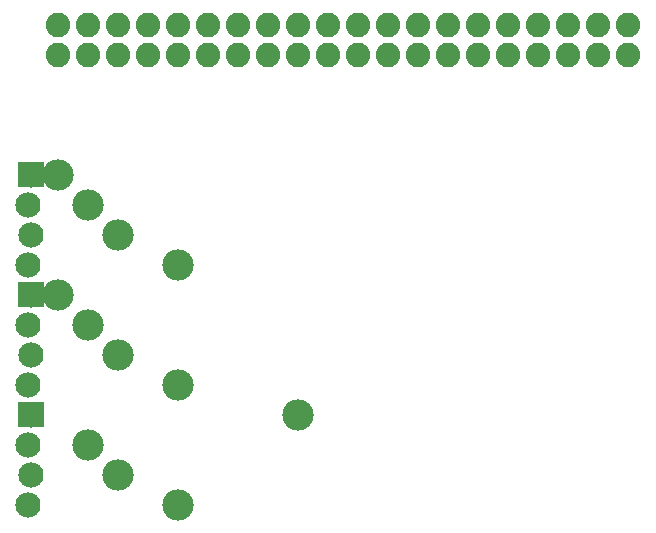
<source format=gts>
G04 MADE WITH FRITZING*
G04 WWW.FRITZING.ORG*
G04 DOUBLE SIDED*
G04 HOLES PLATED*
G04 CONTOUR ON CENTER OF CONTOUR VECTOR*
%ASAXBY*%
%FSLAX23Y23*%
%MOIN*%
%OFA0B0*%
%SFA1.0B1.0*%
%ADD10C,0.084000*%
%ADD11C,0.104488*%
%ADD12C,0.081889*%
%ADD13C,0.081917*%
%ADD14R,0.001000X0.001000*%
%LNMASK1*%
G90*
G70*
G54D10*
X158Y416D03*
X148Y316D03*
X158Y216D03*
X148Y116D03*
X158Y416D03*
X148Y316D03*
X158Y216D03*
X148Y116D03*
X158Y816D03*
X148Y716D03*
X158Y616D03*
X148Y516D03*
X158Y816D03*
X148Y716D03*
X158Y616D03*
X148Y516D03*
X158Y1216D03*
X148Y1116D03*
X158Y1016D03*
X148Y916D03*
X158Y1216D03*
X148Y1116D03*
X158Y1016D03*
X148Y916D03*
G54D11*
X248Y1216D03*
X248Y816D03*
X648Y116D03*
X448Y216D03*
X348Y316D03*
X648Y516D03*
X448Y616D03*
X348Y716D03*
X648Y916D03*
X448Y1016D03*
X348Y1116D03*
G54D12*
X248Y1616D03*
X348Y1616D03*
X448Y1616D03*
X548Y1616D03*
G54D13*
X648Y1616D03*
G54D12*
X748Y1616D03*
X848Y1616D03*
X948Y1616D03*
X1048Y1616D03*
G54D13*
X1148Y1616D03*
G54D12*
X1248Y1616D03*
G54D13*
X1348Y1616D03*
G54D12*
X1448Y1616D03*
X1548Y1616D03*
X1648Y1616D03*
X1748Y1616D03*
G54D13*
X1848Y1616D03*
G54D12*
X1948Y1616D03*
X2048Y1616D03*
X2148Y1616D03*
X2148Y1716D03*
X2048Y1716D03*
X1948Y1716D03*
G54D13*
X1848Y1716D03*
G54D12*
X1748Y1716D03*
X1648Y1716D03*
X1548Y1716D03*
X1448Y1716D03*
G54D13*
X1348Y1716D03*
G54D12*
X1248Y1716D03*
G54D13*
X1148Y1716D03*
G54D12*
X1048Y1716D03*
X948Y1716D03*
X848Y1716D03*
X748Y1716D03*
G54D13*
X648Y1716D03*
G54D12*
X548Y1716D03*
X448Y1716D03*
X348Y1716D03*
X248Y1716D03*
G54D11*
X1048Y416D03*
G54D14*
X116Y1257D02*
X199Y1257D01*
X116Y1256D02*
X199Y1256D01*
X116Y1255D02*
X199Y1255D01*
X116Y1254D02*
X199Y1254D01*
X116Y1253D02*
X199Y1253D01*
X116Y1252D02*
X199Y1252D01*
X116Y1251D02*
X199Y1251D01*
X116Y1250D02*
X199Y1250D01*
X116Y1249D02*
X199Y1249D01*
X116Y1248D02*
X199Y1248D01*
X116Y1247D02*
X199Y1247D01*
X116Y1246D02*
X199Y1246D01*
X116Y1245D02*
X199Y1245D01*
X116Y1244D02*
X199Y1244D01*
X116Y1243D02*
X199Y1243D01*
X116Y1242D02*
X199Y1242D01*
X116Y1241D02*
X199Y1241D01*
X116Y1240D02*
X199Y1240D01*
X116Y1239D02*
X199Y1239D01*
X116Y1238D02*
X199Y1238D01*
X116Y1237D02*
X199Y1237D01*
X116Y1236D02*
X199Y1236D01*
X116Y1235D02*
X199Y1235D01*
X116Y1234D02*
X199Y1234D01*
X116Y1233D02*
X199Y1233D01*
X116Y1232D02*
X199Y1232D01*
X116Y1231D02*
X199Y1231D01*
X116Y1230D02*
X151Y1230D01*
X163Y1230D02*
X199Y1230D01*
X116Y1229D02*
X149Y1229D01*
X165Y1229D02*
X199Y1229D01*
X116Y1228D02*
X148Y1228D01*
X166Y1228D02*
X199Y1228D01*
X116Y1227D02*
X147Y1227D01*
X168Y1227D02*
X199Y1227D01*
X116Y1226D02*
X146Y1226D01*
X169Y1226D02*
X199Y1226D01*
X116Y1225D02*
X145Y1225D01*
X169Y1225D02*
X199Y1225D01*
X116Y1224D02*
X144Y1224D01*
X170Y1224D02*
X199Y1224D01*
X116Y1223D02*
X143Y1223D01*
X171Y1223D02*
X199Y1223D01*
X116Y1222D02*
X143Y1222D01*
X171Y1222D02*
X199Y1222D01*
X116Y1221D02*
X142Y1221D01*
X172Y1221D02*
X199Y1221D01*
X116Y1220D02*
X142Y1220D01*
X172Y1220D02*
X199Y1220D01*
X116Y1219D02*
X142Y1219D01*
X172Y1219D02*
X199Y1219D01*
X116Y1218D02*
X142Y1218D01*
X172Y1218D02*
X199Y1218D01*
X116Y1217D02*
X142Y1217D01*
X173Y1217D02*
X199Y1217D01*
X116Y1216D02*
X142Y1216D01*
X173Y1216D02*
X199Y1216D01*
X116Y1215D02*
X142Y1215D01*
X173Y1215D02*
X199Y1215D01*
X116Y1214D02*
X142Y1214D01*
X172Y1214D02*
X199Y1214D01*
X116Y1213D02*
X142Y1213D01*
X172Y1213D02*
X199Y1213D01*
X116Y1212D02*
X142Y1212D01*
X172Y1212D02*
X199Y1212D01*
X116Y1211D02*
X142Y1211D01*
X172Y1211D02*
X199Y1211D01*
X116Y1210D02*
X143Y1210D01*
X171Y1210D02*
X199Y1210D01*
X116Y1209D02*
X143Y1209D01*
X171Y1209D02*
X199Y1209D01*
X116Y1208D02*
X144Y1208D01*
X170Y1208D02*
X199Y1208D01*
X116Y1207D02*
X145Y1207D01*
X170Y1207D02*
X199Y1207D01*
X116Y1206D02*
X145Y1206D01*
X169Y1206D02*
X199Y1206D01*
X116Y1205D02*
X146Y1205D01*
X168Y1205D02*
X199Y1205D01*
X116Y1204D02*
X148Y1204D01*
X167Y1204D02*
X199Y1204D01*
X116Y1203D02*
X149Y1203D01*
X165Y1203D02*
X199Y1203D01*
X116Y1202D02*
X151Y1202D01*
X163Y1202D02*
X199Y1202D01*
X116Y1201D02*
X155Y1201D01*
X159Y1201D02*
X199Y1201D01*
X116Y1200D02*
X199Y1200D01*
X116Y1199D02*
X199Y1199D01*
X116Y1198D02*
X199Y1198D01*
X116Y1197D02*
X199Y1197D01*
X116Y1196D02*
X199Y1196D01*
X116Y1195D02*
X199Y1195D01*
X116Y1194D02*
X199Y1194D01*
X116Y1193D02*
X199Y1193D01*
X116Y1192D02*
X199Y1192D01*
X116Y1191D02*
X199Y1191D01*
X116Y1190D02*
X199Y1190D01*
X116Y1189D02*
X199Y1189D01*
X116Y1188D02*
X199Y1188D01*
X116Y1187D02*
X199Y1187D01*
X116Y1186D02*
X199Y1186D01*
X116Y1185D02*
X199Y1185D01*
X116Y1184D02*
X199Y1184D01*
X116Y1183D02*
X199Y1183D01*
X116Y1182D02*
X199Y1182D01*
X116Y1181D02*
X199Y1181D01*
X116Y1180D02*
X199Y1180D01*
X116Y1179D02*
X199Y1179D01*
X116Y1178D02*
X199Y1178D01*
X116Y1177D02*
X199Y1177D01*
X116Y1176D02*
X199Y1176D01*
X116Y1175D02*
X199Y1175D01*
X116Y1174D02*
X198Y1174D01*
X116Y857D02*
X199Y857D01*
X116Y856D02*
X199Y856D01*
X116Y855D02*
X199Y855D01*
X116Y854D02*
X199Y854D01*
X116Y853D02*
X199Y853D01*
X116Y852D02*
X199Y852D01*
X116Y851D02*
X199Y851D01*
X116Y850D02*
X199Y850D01*
X116Y849D02*
X199Y849D01*
X116Y848D02*
X199Y848D01*
X116Y847D02*
X199Y847D01*
X116Y846D02*
X199Y846D01*
X116Y845D02*
X199Y845D01*
X116Y844D02*
X199Y844D01*
X116Y843D02*
X199Y843D01*
X116Y842D02*
X199Y842D01*
X116Y841D02*
X199Y841D01*
X116Y840D02*
X199Y840D01*
X116Y839D02*
X199Y839D01*
X116Y838D02*
X199Y838D01*
X116Y837D02*
X199Y837D01*
X116Y836D02*
X199Y836D01*
X116Y835D02*
X199Y835D01*
X116Y834D02*
X199Y834D01*
X116Y833D02*
X199Y833D01*
X116Y832D02*
X199Y832D01*
X116Y831D02*
X199Y831D01*
X116Y830D02*
X151Y830D01*
X163Y830D02*
X199Y830D01*
X116Y829D02*
X149Y829D01*
X165Y829D02*
X199Y829D01*
X116Y828D02*
X148Y828D01*
X167Y828D02*
X199Y828D01*
X116Y827D02*
X147Y827D01*
X168Y827D02*
X199Y827D01*
X116Y826D02*
X146Y826D01*
X169Y826D02*
X199Y826D01*
X116Y825D02*
X145Y825D01*
X170Y825D02*
X199Y825D01*
X116Y824D02*
X144Y824D01*
X170Y824D02*
X199Y824D01*
X116Y823D02*
X143Y823D01*
X171Y823D02*
X199Y823D01*
X116Y822D02*
X143Y822D01*
X171Y822D02*
X199Y822D01*
X116Y821D02*
X142Y821D01*
X172Y821D02*
X199Y821D01*
X116Y820D02*
X142Y820D01*
X172Y820D02*
X199Y820D01*
X116Y819D02*
X142Y819D01*
X172Y819D02*
X199Y819D01*
X116Y818D02*
X142Y818D01*
X172Y818D02*
X199Y818D01*
X116Y817D02*
X142Y817D01*
X173Y817D02*
X199Y817D01*
X116Y816D02*
X142Y816D01*
X173Y816D02*
X199Y816D01*
X116Y815D02*
X142Y815D01*
X173Y815D02*
X199Y815D01*
X116Y814D02*
X142Y814D01*
X172Y814D02*
X199Y814D01*
X116Y813D02*
X142Y813D01*
X172Y813D02*
X199Y813D01*
X116Y812D02*
X142Y812D01*
X172Y812D02*
X199Y812D01*
X116Y811D02*
X142Y811D01*
X172Y811D02*
X199Y811D01*
X116Y810D02*
X143Y810D01*
X171Y810D02*
X199Y810D01*
X116Y809D02*
X143Y809D01*
X171Y809D02*
X199Y809D01*
X116Y808D02*
X144Y808D01*
X170Y808D02*
X199Y808D01*
X116Y807D02*
X145Y807D01*
X170Y807D02*
X199Y807D01*
X116Y806D02*
X145Y806D01*
X169Y806D02*
X199Y806D01*
X116Y805D02*
X146Y805D01*
X168Y805D02*
X199Y805D01*
X116Y804D02*
X148Y804D01*
X167Y804D02*
X199Y804D01*
X116Y803D02*
X149Y803D01*
X165Y803D02*
X199Y803D01*
X116Y802D02*
X151Y802D01*
X163Y802D02*
X199Y802D01*
X116Y801D02*
X156Y801D01*
X158Y801D02*
X199Y801D01*
X116Y800D02*
X199Y800D01*
X116Y799D02*
X199Y799D01*
X116Y798D02*
X199Y798D01*
X116Y797D02*
X199Y797D01*
X116Y796D02*
X199Y796D01*
X116Y795D02*
X199Y795D01*
X116Y794D02*
X199Y794D01*
X116Y793D02*
X199Y793D01*
X116Y792D02*
X199Y792D01*
X116Y791D02*
X199Y791D01*
X116Y790D02*
X199Y790D01*
X116Y789D02*
X199Y789D01*
X116Y788D02*
X199Y788D01*
X116Y787D02*
X199Y787D01*
X116Y786D02*
X199Y786D01*
X116Y785D02*
X199Y785D01*
X116Y784D02*
X199Y784D01*
X116Y783D02*
X199Y783D01*
X116Y782D02*
X199Y782D01*
X116Y781D02*
X199Y781D01*
X116Y780D02*
X199Y780D01*
X116Y779D02*
X199Y779D01*
X116Y778D02*
X199Y778D01*
X116Y777D02*
X199Y777D01*
X116Y776D02*
X199Y776D01*
X116Y775D02*
X199Y775D01*
X116Y774D02*
X198Y774D01*
X116Y458D02*
X198Y458D01*
X116Y457D02*
X199Y457D01*
X116Y456D02*
X199Y456D01*
X116Y455D02*
X199Y455D01*
X116Y454D02*
X199Y454D01*
X116Y453D02*
X199Y453D01*
X116Y452D02*
X199Y452D01*
X116Y451D02*
X199Y451D01*
X116Y450D02*
X199Y450D01*
X116Y449D02*
X199Y449D01*
X116Y448D02*
X199Y448D01*
X116Y447D02*
X199Y447D01*
X116Y446D02*
X199Y446D01*
X116Y445D02*
X199Y445D01*
X116Y444D02*
X199Y444D01*
X116Y443D02*
X199Y443D01*
X116Y442D02*
X199Y442D01*
X116Y441D02*
X199Y441D01*
X116Y440D02*
X199Y440D01*
X116Y439D02*
X199Y439D01*
X116Y438D02*
X199Y438D01*
X116Y437D02*
X199Y437D01*
X116Y436D02*
X199Y436D01*
X116Y435D02*
X199Y435D01*
X116Y434D02*
X199Y434D01*
X116Y433D02*
X199Y433D01*
X116Y432D02*
X199Y432D01*
X116Y431D02*
X156Y431D01*
X158Y431D02*
X199Y431D01*
X116Y430D02*
X151Y430D01*
X163Y430D02*
X199Y430D01*
X116Y429D02*
X149Y429D01*
X165Y429D02*
X199Y429D01*
X116Y428D02*
X148Y428D01*
X167Y428D02*
X199Y428D01*
X116Y427D02*
X146Y427D01*
X168Y427D02*
X199Y427D01*
X116Y426D02*
X145Y426D01*
X169Y426D02*
X199Y426D01*
X116Y425D02*
X145Y425D01*
X170Y425D02*
X199Y425D01*
X116Y424D02*
X144Y424D01*
X170Y424D02*
X199Y424D01*
X116Y423D02*
X143Y423D01*
X171Y423D02*
X199Y423D01*
X116Y422D02*
X143Y422D01*
X171Y422D02*
X199Y422D01*
X116Y421D02*
X142Y421D01*
X172Y421D02*
X199Y421D01*
X116Y420D02*
X142Y420D01*
X172Y420D02*
X199Y420D01*
X116Y419D02*
X142Y419D01*
X172Y419D02*
X199Y419D01*
X116Y418D02*
X142Y418D01*
X172Y418D02*
X199Y418D01*
X116Y417D02*
X142Y417D01*
X173Y417D02*
X199Y417D01*
X116Y416D02*
X142Y416D01*
X173Y416D02*
X199Y416D01*
X116Y415D02*
X142Y415D01*
X173Y415D02*
X199Y415D01*
X116Y414D02*
X142Y414D01*
X172Y414D02*
X199Y414D01*
X116Y413D02*
X142Y413D01*
X172Y413D02*
X199Y413D01*
X116Y412D02*
X142Y412D01*
X172Y412D02*
X199Y412D01*
X116Y411D02*
X142Y411D01*
X172Y411D02*
X199Y411D01*
X116Y410D02*
X143Y410D01*
X171Y410D02*
X199Y410D01*
X116Y409D02*
X143Y409D01*
X171Y409D02*
X199Y409D01*
X116Y408D02*
X144Y408D01*
X170Y408D02*
X199Y408D01*
X116Y407D02*
X145Y407D01*
X170Y407D02*
X199Y407D01*
X116Y406D02*
X146Y406D01*
X169Y406D02*
X199Y406D01*
X116Y405D02*
X147Y405D01*
X168Y405D02*
X199Y405D01*
X116Y404D02*
X148Y404D01*
X167Y404D02*
X199Y404D01*
X116Y403D02*
X149Y403D01*
X165Y403D02*
X199Y403D01*
X116Y402D02*
X151Y402D01*
X163Y402D02*
X199Y402D01*
X116Y401D02*
X199Y401D01*
X116Y400D02*
X199Y400D01*
X116Y399D02*
X199Y399D01*
X116Y398D02*
X199Y398D01*
X116Y397D02*
X199Y397D01*
X116Y396D02*
X199Y396D01*
X116Y395D02*
X199Y395D01*
X116Y394D02*
X199Y394D01*
X116Y393D02*
X199Y393D01*
X116Y392D02*
X199Y392D01*
X116Y391D02*
X199Y391D01*
X116Y390D02*
X199Y390D01*
X116Y389D02*
X199Y389D01*
X116Y388D02*
X199Y388D01*
X116Y387D02*
X199Y387D01*
X116Y386D02*
X199Y386D01*
X116Y385D02*
X199Y385D01*
X116Y384D02*
X199Y384D01*
X116Y383D02*
X199Y383D01*
X116Y382D02*
X199Y382D01*
X116Y381D02*
X199Y381D01*
X116Y380D02*
X199Y380D01*
X116Y379D02*
X199Y379D01*
X116Y378D02*
X199Y378D01*
X116Y377D02*
X199Y377D01*
X116Y376D02*
X199Y376D01*
X116Y375D02*
X199Y375D01*
D02*
G04 End of Mask1*
M02*
</source>
